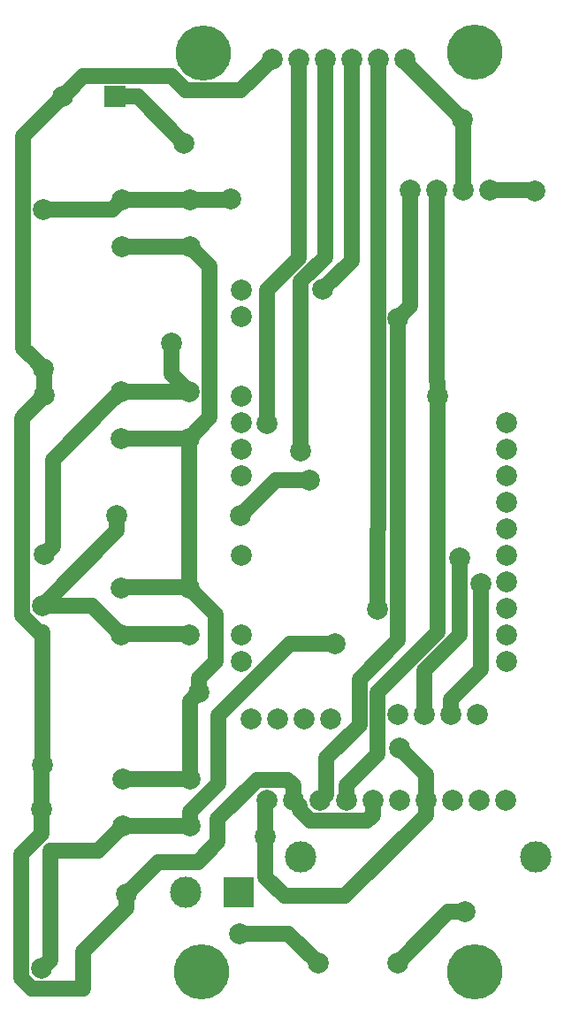
<source format=gbr>
G04 #@! TF.GenerationSoftware,KiCad,Pcbnew,(5.1.4)-1*
G04 #@! TF.CreationDate,2021-05-26T08:57:28-05:00*
G04 #@! TF.ProjectId,compactacion,636f6d70-6163-4746-9163-696f6e2e6b69,rev?*
G04 #@! TF.SameCoordinates,Original*
G04 #@! TF.FileFunction,Copper,L1,Top*
G04 #@! TF.FilePolarity,Positive*
%FSLAX46Y46*%
G04 Gerber Fmt 4.6, Leading zero omitted, Abs format (unit mm)*
G04 Created by KiCad (PCBNEW (5.1.4)-1) date 2021-05-26 08:57:28*
%MOMM*%
%LPD*%
G04 APERTURE LIST*
%ADD10C,2.000000*%
%ADD11C,3.000000*%
%ADD12R,3.000000X3.000000*%
%ADD13R,2.000000X2.000000*%
%ADD14C,5.280000*%
%ADD15C,1.500000*%
G04 APERTURE END LIST*
D10*
X47450000Y55160000D03*
X47450000Y52620000D03*
X47450000Y50080000D03*
X47450000Y47540000D03*
X47450000Y45000000D03*
X47450000Y42460000D03*
X47450000Y39920000D03*
X47450000Y37380000D03*
X47450000Y34840000D03*
X47450000Y32300000D03*
X22050000Y67860000D03*
X22050000Y65320000D03*
X22050000Y57700000D03*
X22050000Y55160000D03*
X22050000Y52620000D03*
X22050000Y50080000D03*
X22050000Y42460000D03*
X22050000Y34840000D03*
X22050000Y32300000D03*
X44650000Y27250000D03*
X42110000Y27250000D03*
X39570000Y27250000D03*
X37030000Y27250000D03*
X22980000Y26850000D03*
X25520000Y26850000D03*
X28060000Y26850000D03*
X30600000Y26850000D03*
D11*
X27750000Y13650000D03*
X50250000Y13650000D03*
D10*
X45900000Y77500000D03*
X43360000Y77500000D03*
X40820000Y77500000D03*
X38280000Y77500000D03*
D12*
X21850000Y10250000D03*
D11*
X16770000Y10250000D03*
D10*
X3200000Y57790000D03*
X3200000Y42550000D03*
X3000000Y37700000D03*
X3000000Y22460000D03*
X2950000Y18200000D03*
X2950000Y2960000D03*
X29400000Y3500000D03*
X37020000Y3500000D03*
D13*
X10000000Y86400000D03*
D10*
X5000000Y86400000D03*
X3150000Y75600000D03*
X3150000Y60360000D03*
X17150000Y76550000D03*
X17150000Y72050000D03*
X10650000Y76550000D03*
X10650000Y72050000D03*
X10550000Y53700000D03*
X10550000Y58200000D03*
X17050000Y53700000D03*
X17050000Y58200000D03*
X10550000Y34900000D03*
X10550000Y39400000D03*
X17050000Y34900000D03*
X17050000Y39400000D03*
X17200000Y21050000D03*
X17200000Y16550000D03*
X10700000Y21050000D03*
X10700000Y16550000D03*
X25000000Y90000000D03*
X27540000Y90000000D03*
X30080000Y90000000D03*
X32620000Y90000000D03*
X35160000Y90000000D03*
X37700000Y90000000D03*
X24500000Y19050000D03*
X27040000Y19050000D03*
X29580000Y19050000D03*
X32120000Y19050000D03*
X34660000Y19050000D03*
X37200000Y19050000D03*
X39740000Y19050000D03*
X42280000Y19050000D03*
X44820000Y19050000D03*
X47360000Y19050000D03*
D14*
X44400000Y2600000D03*
X18250000Y2650000D03*
X18450000Y90600000D03*
X44400000Y90700000D03*
D10*
X31050000Y34050000D03*
X10150000Y46300000D03*
X22000000Y46350000D03*
X28600000Y49700000D03*
X45000000Y39800000D03*
X43000000Y42250000D03*
X43250000Y84200000D03*
X50150000Y77350000D03*
X16600000Y81950000D03*
X15400000Y62800000D03*
X21100000Y76650000D03*
X37200000Y24050000D03*
X37050000Y65150000D03*
X40850000Y57700000D03*
X29900000Y68000000D03*
X27750000Y52450000D03*
X24550000Y55150000D03*
X18050000Y29350000D03*
X24400000Y15600000D03*
X21900000Y6300000D03*
X11100000Y10100000D03*
X35100000Y37350000D03*
X43500000Y8350000D03*
D15*
X2950000Y22410000D02*
X3000000Y22460000D01*
X2950000Y18200000D02*
X2950000Y22410000D01*
X3200000Y60310000D02*
X3150000Y60360000D01*
X3200000Y57790000D02*
X3200000Y60310000D01*
X2400001Y56990001D02*
X3200000Y57790000D01*
X1249999Y55839999D02*
X2400001Y56990001D01*
X3000000Y22460000D02*
X3000000Y35109998D01*
X46050000Y77350000D02*
X45900000Y77500000D01*
X2200001Y56790001D02*
X3200000Y57790000D01*
X1049999Y55639999D02*
X2200001Y56790001D01*
X1049999Y36763999D02*
X1049999Y55639999D01*
X2704000Y35109998D02*
X1049999Y36763999D01*
X3000000Y35109998D02*
X2704000Y35109998D01*
X25000000Y90000000D02*
X25300000Y90000000D01*
X2013999Y1009999D02*
X6959999Y1009999D01*
X999999Y2023999D02*
X2013999Y1009999D01*
X999999Y13854176D02*
X999999Y2023999D01*
X2950000Y18200000D02*
X2950000Y15804177D01*
X2950000Y15804177D02*
X999999Y13854176D01*
X6959999Y4545786D02*
X6959999Y1009999D01*
X11100000Y8685787D02*
X6959999Y4545786D01*
X11100000Y10100000D02*
X11100000Y8685787D01*
X23563999Y21000001D02*
X19800000Y17236002D01*
X26504212Y21000001D02*
X23563999Y21000001D01*
X27040000Y19050000D02*
X27040000Y20464213D01*
X27040000Y20464213D02*
X26504212Y21000001D01*
X19800000Y17236002D02*
X19800000Y15050000D01*
X19800000Y15050000D02*
X17900000Y13150000D01*
X14150000Y13150000D02*
X11100000Y10100000D01*
X17900000Y13150000D02*
X14150000Y13150000D01*
X5999999Y87399999D02*
X5000000Y86400000D01*
X2150001Y61359999D02*
X3150000Y60360000D01*
X1199999Y62310001D02*
X2150001Y61359999D01*
X1199999Y82599999D02*
X1199999Y62310001D01*
X5000000Y86400000D02*
X1199999Y82599999D01*
X50000000Y77500000D02*
X50150000Y77350000D01*
X45900000Y77500000D02*
X50000000Y77500000D01*
X34660000Y17635787D02*
X34660000Y19050000D01*
X34124212Y17099999D02*
X34660000Y17635787D01*
X28643999Y17099999D02*
X34124212Y17099999D01*
X27629999Y18113999D02*
X28643999Y17099999D01*
X27629999Y18520001D02*
X27629999Y18113999D01*
X27100000Y19050000D02*
X27629999Y18520001D01*
X27040000Y19050000D02*
X27100000Y19050000D01*
X24000001Y89000001D02*
X25000000Y90000000D01*
X22009999Y87009999D02*
X24000001Y89000001D01*
X16726799Y87009999D02*
X22009999Y87009999D01*
X15386797Y88350001D02*
X16726799Y87009999D01*
X6950001Y88350001D02*
X15386797Y88350001D01*
X5000000Y86400000D02*
X6950001Y88350001D01*
X45000000Y31554213D02*
X45000000Y39800000D01*
X42110000Y27250000D02*
X42110000Y28664213D01*
X42110000Y28664213D02*
X45000000Y31554213D01*
X39570000Y28664213D02*
X39570000Y27250000D01*
X39570000Y31465823D02*
X39570000Y28664213D01*
X43000000Y34895823D02*
X39570000Y31465823D01*
X43000000Y42250000D02*
X43000000Y34895823D01*
X40820000Y61420000D02*
X40820000Y77500000D01*
X32120000Y20464213D02*
X35079999Y23424212D01*
X32120000Y19050000D02*
X32120000Y20464213D01*
X40820000Y59144213D02*
X40820000Y61420000D01*
X40850000Y59114213D02*
X40820000Y59144213D01*
X40850000Y57700000D02*
X40850000Y59114213D01*
X35079999Y23424212D02*
X35079999Y29379999D01*
X40850000Y35150000D02*
X40850000Y57700000D01*
X35079999Y29379999D02*
X40850000Y35150000D01*
X38280000Y66380000D02*
X37050000Y65150000D01*
X38280000Y77500000D02*
X38280000Y66380000D01*
X37050000Y63735787D02*
X37050000Y65150000D01*
X37050000Y34350000D02*
X37050000Y63735787D01*
X33379989Y26279989D02*
X33379989Y30679989D01*
X30169999Y23069999D02*
X33379989Y26279989D01*
X30169999Y19519999D02*
X30169999Y23069999D01*
X29700000Y19050000D02*
X30169999Y19519999D01*
X33379989Y30679989D02*
X37050000Y34350000D01*
X29580000Y19050000D02*
X29700000Y19050000D01*
X35160000Y90000000D02*
X35160000Y45040000D01*
X35100000Y44980000D02*
X35100000Y37350000D01*
X35160000Y45040000D02*
X35100000Y44980000D01*
X32620000Y90000000D02*
X32620000Y72070000D01*
X32620000Y70720000D02*
X32620000Y72070000D01*
X29900000Y68000000D02*
X32620000Y70720000D01*
X24400000Y18950000D02*
X24500000Y19050000D01*
X24400000Y15600000D02*
X24400000Y18950000D01*
X39740000Y17847919D02*
X39740000Y19050000D01*
X39740000Y21510000D02*
X37200000Y24050000D01*
X39740000Y19050000D02*
X39740000Y21510000D01*
X37700000Y89750000D02*
X43250000Y84200000D01*
X37700000Y90000000D02*
X37700000Y89750000D01*
X43360000Y84090000D02*
X43250000Y84200000D01*
X43360000Y77500000D02*
X43360000Y84090000D01*
X39740000Y17635787D02*
X32004213Y9900000D01*
X39740000Y19050000D02*
X39740000Y17635787D01*
X32004213Y9900000D02*
X26200000Y9900000D01*
X24400000Y11700000D02*
X24400000Y15600000D01*
X26200000Y9900000D02*
X24400000Y11700000D01*
X24550000Y56564213D02*
X24550000Y55150000D01*
X24550000Y67940179D02*
X24550000Y56564213D01*
X27540000Y70930179D02*
X24550000Y67940179D01*
X27540000Y90000000D02*
X27540000Y70930179D01*
X27750000Y53864213D02*
X27750000Y52450000D01*
X27750000Y68736002D02*
X27750000Y53864213D01*
X30080000Y71066002D02*
X27750000Y68736002D01*
X30080000Y90000000D02*
X30080000Y71066002D01*
X9550001Y57200001D02*
X10550000Y58200000D01*
X3999999Y51649999D02*
X9550001Y57200001D01*
X3999999Y43349999D02*
X3999999Y51649999D01*
X3200000Y42550000D02*
X3999999Y43349999D01*
X10550000Y58200000D02*
X17050000Y58200000D01*
X10550000Y53700000D02*
X17050000Y53700000D01*
X10650000Y72050000D02*
X17150000Y72050000D01*
X18149999Y71050001D02*
X17150000Y72050000D01*
X19050000Y70150000D02*
X18149999Y71050001D01*
X19050000Y55700000D02*
X19050000Y70150000D01*
X17050000Y53700000D02*
X19050000Y55700000D01*
X17000000Y39450000D02*
X10500000Y39450000D01*
X41870000Y8350000D02*
X37020000Y3500000D01*
X43500000Y8350000D02*
X41870000Y8350000D01*
X26600000Y6300000D02*
X29400000Y3500000D01*
X21900000Y6300000D02*
X26600000Y6300000D01*
X12150000Y86400000D02*
X16600000Y81950000D01*
X10000000Y86400000D02*
X12150000Y86400000D01*
X10500000Y34950000D02*
X17000000Y34950000D01*
X7750000Y37700000D02*
X10550000Y34900000D01*
X3000000Y37700000D02*
X7750000Y37700000D01*
X9700000Y75600000D02*
X10650000Y76550000D01*
X3150000Y75600000D02*
X9700000Y75600000D01*
X10650000Y76550000D02*
X17500000Y76550000D01*
X21000000Y76550000D02*
X21100000Y76650000D01*
X17150000Y76550000D02*
X21000000Y76550000D01*
X15400000Y59850000D02*
X17050000Y58200000D01*
X15400000Y62800000D02*
X15400000Y59850000D01*
X25350000Y49700000D02*
X22000000Y46350000D01*
X28600000Y49700000D02*
X25350000Y49700000D01*
X10150000Y44850000D02*
X10150000Y46300000D01*
X3000000Y37700000D02*
X10150000Y44850000D01*
X10650000Y16600000D02*
X17150000Y16600000D01*
X3749999Y3759999D02*
X3749999Y14199999D01*
X2950000Y2960000D02*
X3749999Y3759999D01*
X8349999Y14199999D02*
X10700000Y16550000D01*
X3749999Y14199999D02*
X8349999Y14199999D01*
X17200000Y17964213D02*
X19850000Y20614213D01*
X17200000Y16550000D02*
X17200000Y17964213D01*
X19850000Y27200000D02*
X22150000Y29500000D01*
X19850000Y20614213D02*
X19850000Y27200000D01*
X26700000Y34050000D02*
X19850000Y27200000D01*
X31050000Y34050000D02*
X26700000Y34050000D01*
X17200000Y28500000D02*
X18050000Y29350000D01*
X17200000Y21050000D02*
X17200000Y28500000D01*
X18050000Y30764213D02*
X19600000Y32314213D01*
X18050000Y29350000D02*
X18050000Y30764213D01*
X19600000Y36850000D02*
X17050000Y39400000D01*
X19600000Y32314213D02*
X19600000Y36850000D01*
X17050000Y53700000D02*
X17050000Y39400000D01*
X10700000Y21050000D02*
X17200000Y21050000D01*
M02*

</source>
